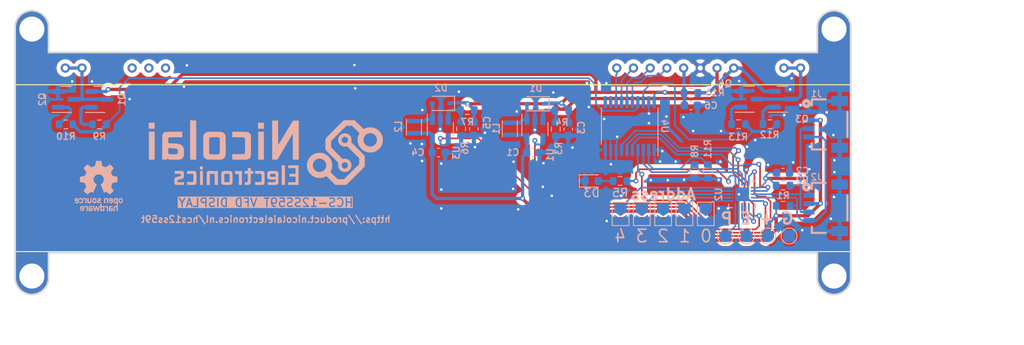
<source format=kicad_pcb>
(kicad_pcb (version 20230620) (generator pcbnew)
  (layers (0 "F.Cu" signal) (31 "B.Cu" signal) (34 "B.Paste" user) (35 "F.Paste" user) (36 "B.SilkS" user "B.Silkscreen") (37 "F.SilkS" user "F.Silkscreen") (38 "B.Mask" user) (39 "F.Mask" user) (44 "Edge.Cuts" user))
  (net 0 "")
  (net 1 "CLK_A")
  (net 2 "CLK_B")
  (net 3 "+24V")
  (net 4 "+5V")
  (net 5 "SWIO")
  (net 6 "Net-(D1-A)")
  (net 7 "Net-(D2-A)")
  (net 8 "Net-(Q1-B)")
  (net 9 "F+")
  (net 10 "Net-(Q2-B)")
  (net 11 "F-")
  (net 12 "Net-(Q3-B)")
  (net 13 "Net-(Q4-B)")
  (net 14 "CLK_B_LV")
  (net 15 "CLK_A_LV")
  (net 16 "~{RST_LV}")
  (net 17 "CLK_LV")
  (net 18 "~{CS_LV}")
  (net 19 "DIN_LV")
  (net 20 "5V_ENABLE")
  (net 21 "24V_ENABLE")
  (net 22 "~{RST}")
  (net 23 "~{CS}")
  (net 24 "CLK")
  (net 25 "DIN")
  (net 26 "Net-(U5-OSCO)")
  (net 27 "Net-(U1-FB)")
  (net 28 "Net-(U3-FB)")
  (net 29 "GND")
  (net 30 "+3.3V")
  (net 31 "SDA")
  (net 32 "SCL")
  (net 35 "Net-(U2-PC7)")
  (net 39 "Net-(JP1-A)")
  (net 40 "Net-(JP2-A)")
  (net 41 "Net-(JP3-A)")
  (net 42 "Net-(JP4-A)")
  (net 43 "Net-(JP5-A)")
  (net 44 "Net-(D3-A)")
  (net 45 "Net-(U2-PD7)")
  (footprint "vfd:HCS-12SS59T" (layer "F.Cu") (at 0 0.625 180)
    (property "Reference" "U5" hide)
    (property "Value" "~" hide)
  )
  (footprint "vfd:C_0603_1608Metric" (layer "B.Cu") (at 16.2 -2.80625 90)
    (property "Reference" "C3")
    (property "Value" "1u")
  )
  (footprint "vfd:R_0603_1608Metric" (layer "B.Cu") (at 4.125 -5.1)
    (property "Reference" "R7")
    (property "Value" "91k")
  )
  (footprint "vfd:R_0603_1608Metric" (layer "B.Cu") (at 31.3 2.275 -90)
    (property "Reference" "R8")
    (property "Value" "100k")
  )
  (footprint "vfd:R_0603_1608Metric" (layer "B.Cu") (at 32.9 2.275 -90)
    (property "Reference" "R11")
    (property "Value" "100k")
  )
  (footprint "vfd:C_0603_1608Metric" (layer "B.Cu") (at 41.9 2.4 180)
    (property "Reference" "C2")
    (property "Value" "100n")
  )
  (footprint "vfd:R_0603_1608Metric" (layer "B.Cu") (at 22.4 3.4)
    (property "Reference" "R5")
    (property "Value" "270")
  )
  (footprint "vfd:R_0603_1608Metric" (layer "B.Cu") (at 40.325 -3.4 180)
    (property "Reference" "R12")
    (property "Value" "1k")
  )
  (footprint "vfd:SOT-23-5" (layer "B.Cu") (at 0.883 -2.8375 -90)
    (property "Reference" "U3")
    (property "Value" "AP3012")
  )
  (footprint "vfd:SolderJumper-2_P1.3mm_Open_TrianglePad1.0x1.5mm" (layer "B.Cu") (at 25 7.35 -90)
    (property "Reference" "JP2" hide)
    (property "Value" "A1" hide)
  )
  (footprint "vfd:logo_nicolai" (layer "B.Cu") (at -20 0 180)
    (property "Reference" "N1" hide)
    (property "Value" "Logo" hide)
  )
  (footprint "vfd:1X04_1MM_RA_GND" (layer "B.Cu") (at 45 -3.375 -90)
    (property "Reference" "J1")
    (property "Value" "I2C_IN" hide)
  )
  (footprint "vfd:R_0603_1608Metric" (layer "B.Cu") (at 15.425 -5.05625)
    (property "Reference" "R4")
    (property "Value" "30k")
  )
  (footprint "vfd:R_0603_1608Metric" (layer "B.Cu") (at -39.925 -3.375)
    (property "Reference" "R9")
    (property "Value" "1k")
  )
  (footprint "vfd:R_0603_1608Metric" (layer "B.Cu") (at 14.7 -2.80625 90)
    (property "Reference" "R3")
    (property "Value" "10k")
  )
  (footprint "vfd:SOT-23-5" (layer "B.Cu") (at 12.2 -2.80625 -90)
    (property "Reference" "U1")
    (property "Value" "AP3012")
  )
  (footprint "vfd:SOT-23" (layer "B.Cu") (at -39.925 -6.375)
    (property "Reference" "Q1")
    (property "Value" "BC857")
  )
  (footprint "vfd:SolderJumper-2_P1.3mm_Open_TrianglePad1.0x1.5mm" (layer "B.Cu") (at 27.55 7.35 -90)
    (property "Reference" "JP3" hide)
    (property "Value" "A2" hide)
  )
  (footprint "vfd:TSSOP-20_4.4x6.5mm_P0.65mm" (layer "B.Cu") (at 23.55 -3.175 90)
    (property "Reference" "U4")
    (property "Value" "74HCT541PW")
  )
  (footprint "vfd:R_0603_1608Metric" (layer "B.Cu") (at 41.9 6.375 180)
    (property "Reference" "R1")
    (property "Value" "4k7")
  )
  (footprint "vfd:Inductor_MSC20FC" (layer "B.Cu") (at -2.273 -3.048 90)
    (property "Reference" "L2")
    (property "Value" "10u")
  )
  (footprint "vfd:D_SOD-323" (layer "B.Cu") (at 12.3 -5.85 180)
    (property "Reference" "D1")
    (property "Value" "1N5819WS")
  )
  (footprint "vfd:R_0603_1608Metric" (layer "B.Cu") (at 36.575 -3.4 180)
    (property "Reference" "R13")
    (property "Value" "1k")
  )
  (footprint "vfd:R_0603_1608Metric" (layer "B.Cu") (at 3.375 -2.85 90)
    (property "Reference" "R6")
    (property "Value" "5k1")
  )
  (footprint "vfd:D_SOD-323" (layer "B.Cu") (at 0.975 -5.9 180)
    (property "Reference" "D2")
    (property "Value" "1N5819WS")
  )
  (footprint "vfd:R_0603_1608Metric" (layer "B.Cu") (at -43.925 -3.375)
    (property "Reference" "R10")
    (property "Value" "1k")
  )
  (footprint "vfd:R_0603_1608Metric" (layer "B.Cu") (at 41.9 3.95 180)
    (property "Reference" "R2")
    (property "Value" "4k7")
  )
  (footprint "vfd:1X04_1MM_RA_GND" (layer "B.Cu") (at 45 6.625 -90)
    (property "Reference" "J2")
    (property "Value" "I2C_OUT" hide)
  )
  (footprint "vfd:SolderJumper-2_P1.3mm_Open_TrianglePad1.0x1.5mm" (layer "B.Cu") (at 22.45 7.35 -90)
    (property "Reference" "JP1" hide)
    (property "Value" "A0" hide)
  )
  (footprint "vfd:QFN-20-1EP_3x3mm_P0.4mm_EP1.65x1.65mm" (layer "B.Cu") (at 37 5 -90)
    (property "Reference" "U2")
    (property "Value" "CH32V003F4U6")
  )
  (footprint "vfd:R_0603_1608Metric" (layer "B.Cu") (at 30.875 -7.15)
    (property "Reference" "R14")
    (property "Value" "8k2")
  )
  (footprint "vfd:TestPoint_Pad_D1.5mm" (layer "B.Cu") (at 40.08 10 180)
    (property "Reference" "TP4" hide)
    (property "Value" "TestPoint" hide)
  )
  (footprint "vfd:TestPoint_Pad_D1.5mm" (layer "B.Cu") (at 37.54 10 180)
    (property "Reference" "TP2" hide)
    (property "Value" "TestPoint" hide)
  )
  (footprint "vfd:C_0603_1608Metric" (layer "B.Cu") (at 11.975 0 180)
    (property "Reference" "C1")
    (property "Value" "1u")
  )
  (footprint "vfd:TestPoint_Pad_D1.5mm" (layer "B.Cu") (at 35 10 180)
    (property "Reference" "TP1" hide)
    (property "Value" "TestPoint" hide)
  )
  (footprint "vfd:C_0603_1608Metric" (layer "B.Cu") (at 4.9 -2.85 90)
    (property "Reference" "C5")
    (property "Value" "1u")
  )
  (footprint "Symbol:OSHW-Logo_5.7x6mm_SilkScreen" (layer "B.Cu") (at -40 4 180)
    (property "Reference" "N2" hide)
    (property "Value" "OSHW" hide)
  )
  (footprint "vfd:LED_0603_1608Metric" (layer "B.Cu") (at 19 3.4)
    (property "Reference" "D3")
    (property "Value" "LED")
  )
  (footprint "vfd:SOT-23" (layer "B.Cu") (at -43.925 -6.375)
    (property "Reference" "Q2")
    (property "Value" "BC847")
  )
  (footprint "vfd:SolderJumper-2_P1.3mm_Open_TrianglePad1.0x1.5mm" (layer "B.Cu") (at 32.65 7.35 -90)
    (property "Reference" "JP5" hide)
    (property "Value" "A4" hide)
  )
  (footprint "vfd:SOT-23" (layer "B.Cu") (at 41.825 -6.4)
    (property "Reference" "Q3")
    (property "Value" "BC857")
  )
  (footprint "vfd:C_0603_1608Metric" (layer "B.Cu") (at 30.875 -5.65)
    (property "Reference" "C6")
    (property "Value" "82p")
  )
  (footprint "vfd:TestPoint_Pad_D1.5mm" (layer "B.Cu") (at 42.62 10 180)
    (property "Reference" "TP3" hide)
    (property "Value" "TestPoint" hide)
  )
  (footprint "vfd:Inductor_MSC20FC" (layer "B.Cu") (at 9.2 -2.85 90)
    (property "Reference" "L1")
    (property "Value" "10u")
  )
  (footprint "vfd:C_0603_1608Metric" (layer "B.Cu") (at 0.675 0 180)
    (property "Reference" "C4")
    (property "Value" "1u")
  )
  (footprint "vfd:SOT-23" (layer "B.Cu") (at 37.825 -6.4)
    (property "Reference" "Q4")
    (property "Value" "BC847")
  )
  (footprint "vfd:SolderJumper-2_P1.3mm_Open_TrianglePad1.0x1.5mm" (layer "B.Cu") (at 30.1 7.35 -90)
    (property "Reference" "JP4" hide)
    (property "Value" "A3" hide)
  )
  (gr_line (start 46 -15) (end 46 -12) (stroke (width 0.2)) (layer "Edge.Cuts"))
  (gr_arc (start -50 -15) (mid -48 -17) (end -46 -15) (stroke (width 0.2)) (layer "Edge.Cuts"))
  (gr_line (start -46 -12) (end 46 -12) (stroke (width 0.2)) (layer "Edge.Cuts"))
  (gr_arc (start -46 15) (mid -48 17) (end -50 15) (stroke (width 0.2)) (layer "Edge.Cuts"))
  (gr_line (start -46 12) (end 46 12) (stroke (width 0.2)) (layer "Edge.Cuts"))
  (gr_arc (start 46 -15) (mid 48 -17) (end 50 -15) (stroke (width 0.2)) (layer "Edge.Cuts"))
  (gr_line (start 46 12) (end 46 15) (stroke (width 0.2)) (layer "Edge.Cuts"))
  (gr_line (start -46 -15) (end -46 -12) (stroke (width 0.2)) (layer "Edge.Cuts"))
  (gr_line (start -46 12) (end -46 15) (stroke (width 0.2)) (layer "Edge.Cuts"))
  (gr_line (start 50 -15) (end 50 15) (stroke (width 0.2)) (layer "Edge.Cuts"))
  (gr_arc (start 50 15) (mid 48 17) (end 46 15) (stroke (width 0.2)) (layer "Edge.Cuts"))
  (gr_line (start -50 15) (end -50 -15) (stroke (width 0.2)) (layer "Edge.Cuts"))
  (gr_text "HCS-12SS59T VFD DISPLAY" (at -20 6 0) (layer "B.SilkS" knockout) (effects (font (size 1 1)) (justify mirror)))
  (gr_text "https://product.nicolaielectronics.nl/hcs12ss59t" (at -20 8 0) (layer "B.SilkS") (effects (font (size 0.8 0.8)) (justify mirror)))
  (gr_text "G + E P" (at 38.8 7.9 0) (layer "B.SilkS") (effects (font (size 1.35 1.35) (thickness 0.28) bold) (justify mirror)))
  (gr_text "0 1 2 3 4" (at 27.55 10 0) (layer "B.SilkS") (effects (font (size 1.5 1.5) (thickness 0.1875)) (justify mirror)))
  (gr_text "Address" (at 27.55 5 0) (layer "B.SilkS") (effects (font (size 1.35 1.35) (thickness 0.28) bold) (justify mirror)))
  (segment (start -37.5 -7.8) (end -36.3875 -8.9125) (width 0.2) (layer "B.Cu") (net 1))
  (segment (start 18.661029 -8.9125) (end 19.5 -8.073529) (width 0.2) (layer "B.Cu") (net 1))
  (segment (start 24.140685 -5) (end 24.525 -5.384315) (width 0.2) (layer "B.Cu") (net 1))
  (segment (start 19.5 -5.859315) (end 20.359315 -5) (width 0.2) (layer "B.Cu") (net 1))
  (segment (start -39.1 -3.375) (end -37.5 -4.975) (width 0.2) (layer "B.Cu") (net 1))
  (segment (start 19.5 -8.073529) (end 19.5 -5.859315) (width 0.2) (layer "B.Cu") (net 1))
  (segment (start -36.3875 -8.9125) (end 18.661029 -8.9125) (width 0.2) (layer "B.Cu") (net 1))
  (segment (start -39.1 -3.375) (end -39.975 -2.5) (width 0.4) (layer "B.Cu") (net 1))
  (segment (start -41.975 -2.5) (end -42.225 -2.5) (width 0.4) (layer "B.Cu") (net 1))
  (segment (start -37.5 -4.975) (end -37.5 -7.8) (width 0.2) (layer "B.Cu") (net 1))
  (segment (start -39.975 -2.5) (end -41.975 -2.5) (width 0.4) (layer "B.Cu") (net 1))
  (segment (start -42.225 -2.5) (end -43.1 -3.375) (width 0.4) (layer "B.Cu") (net 1))
  (segment (start 24.525 -5.384315) (end 24.525 -6.0375) (width 0.2) (layer "B.Cu") (net 1))
  (segment (start 20.359315 -5) (end 24.140685 -5) (width 0.2) (layer "B.Cu") (net 1))
  (segment (start 37.4 -3.4) (end 38.275 -2.525) (width 0.4) (layer "B.Cu") (net 2))
  (segment (start 38.275 -2.525) (end 38.45 -2.525) (width 0.4) (layer "B.Cu") (net 2))
  (segment (start 38.45 -2.525) (end 40.275 -2.525) (width 0.4) (layer "B.Cu") (net 2))
  (segment (start 28.95 -8) (end 28.95 -3.25) (width 0.2) (layer "B.Cu") (net 2))
  (segment (start 40.275 -2.525) (end 41.15 -3.4) (width 0.4) (layer "B.Cu") (net 2))
  (segment (start 30.625 -1.575) (end 37.325 -1.575) (width 0.2) (layer "B.Cu") (net 2))
  (segment (start 37.325 -1.575) (end 38.275 -2.525) (width 0.2) (layer "B.Cu") (net 2))
  (segment (start 25.175 -7.340686) (end 26.159314 -8.325) (width 0.2) (layer "B.Cu") (net 2))
  (segment (start 25.175 -6.0375) (end 25.175 -7.340686) (width 0.2) (layer "B.Cu") (net 2))
  (segment (start 26.159314 -8.325) (end 28.625 -8.325) (width 0.2) (layer "B.Cu") (net 2))
  (segment (start 28.95 -3.25) (end 30.625 -1.575) (width 0.2) (layer "B.Cu") (net 2))
  (segment (start 28.625 -8.325) (end 28.95 -8) (width 0.2) (layer "B.Cu") (net 2))
  (segment (start 17.175 -6.475) (end 15.9 -5.2) (width 0.4) (layer "F.Cu") (net 3))
  (segment (start 34 -7.16005) (end 33.31495 -6.475) (width 0.4) (layer "F.Cu") (net 3))
  (segment (start 14.48505 -5.85) (end 4.15 -5.85) (width 0.4) (layer "F.Cu") (net 3))
  (segment (start 33.31495 -6.475) (end 17.175 -6.475) (width 0.4) (layer "F.Cu") (net 3))
  (segment (start 15.9 -5.2) (end 15.13505 -5.2) (width 0.4) (layer "F.Cu") (net 3))
  (segment (start 15.13505 -5.2) (end 14.48505 -5.85) (width 0.4) (layer "F.Cu") (net 3))
  (segment (start 34 -10.12975) (end 34 -7.16005) (width 0.4) (layer "F.Cu") (net 3))
  (via (at 4.15 -5.85) (size 0.6) (drill 0.3) (layers "F.Cu" "B.Cu") (net 3))
  (segment (start 2.025 -5.9) (end 2.1 -5.975) (width 0.4) (layer "B.Cu") (net 3))
  (segment (start 4.2 -5.85) (end 4.95 -5.1) (width 0.4) (layer "B.Cu") (net 3))
  (segment (start 2.1 -5.975) (end 4.075 -5.975) (width 0.4) (layer "B.Cu") (net 3))
  (segment (start 4.075 -5.975) (end 4.15 -5.9) (width 0.4) (layer "B.Cu") (net 3))
  (segment (start 4.9 -3.625) (end 4.9 -5.05) (width 0.4) (layer "B.Cu") (net 3))
  (segment (start 4.15 -5.85) (end 4.2 -5.85) (width 0.4) (layer "B.Cu") (net 3))
  (segment (start 4.15 -5.9) (end 4.15 -5.85) (width 0.4) (layer "B.Cu") (net 3))
  (segment (start 18.95 -9.375) (end -30 -9.375) (width 0.4) (layer "F.Cu") (net 4))
  (segment (start 19.5 -7.225) (end 19.5 -8.825) (width 0.4) (layer "F.Cu") (net 4))
  (segment (start 19.025 -9.3) (end 18.95 -9.375) (width 0.4) (layer "F.Cu") (net 4))
  (segment (start 19.5 -7.225) (end 16.7 -7.225) (width 0.4) (layer "F.Cu") (net 4))
  (segment (start 27.8 -7.175) (end 27.75 -7.225) (width 0.4) (layer "F.Cu") (net 4))
  (segment (start -31.8 -7.575) (end -38.875 -7.575) (width 0.4) (layer "F.Cu") (net 4))
  (segment (start 27.75 -7.225) (end 19.5 -7.225) (width 0.4) (layer "F.Cu") (net 4))
  (segment (start 33.025 -7.175) (end 27.8 -7.175) (width 0.4) (layer "F.Cu") (net 4))
  (segment (start 19.5 -8.825) (end 19.025 -9.3) (width 0.4) (layer "F.Cu") (net 4))
  (segment (start 16.7 -7.225) (end 15.4 -5.925) (width 0.4) (layer "F.Cu") (net 4))
  (segment (start -30 -9.375) (end -31.8 -7.575) (width 0.4) (layer "F.Cu") (net 4))
  (via (at 15.4 -5.925) (size 0.6) (drill 0.3) (layers "F.Cu" "B.Cu") (net 4))
  (via (at 33.025 -7.175) (size 0.6) (drill 0.3) (layers "F.Cu" "B.Cu") (net 4))
  (via (at -38.875 -7.575) (size 0.6) (drill 0.3) (layers "F.Cu" "B.Cu") (net 4))
  (via (at 27.75 -7.225) (size 0.6) (drill 0.3) (layers "F.Cu" "B.Cu") (net 4))
  (segment (start 15.4 -5.90625) (end 16.25 -5.05625) (width 0.4) (layer "B.Cu") (net 4))
  (segment (start 31.7 -7.15) (end 33.02025 -7.15) (width 0.4) (layer "B.Cu") (net 4))
  (segment (start 39.625 -7.35) (end 40.8875 -7.35) (width 0.4) (layer "B.Cu") (net 4))
  (segment (start 26.8875 -7.2875) (end 27.6875 -7.2875) (width 0.2) (layer "B.Cu") (net 4))
  (segment (start 33.04525 -7.175) (end 36 -10.12975) (width 0.4) (layer "B.Cu") (net 4))
  (segment (start 15.38125 -5.925) (end 15.4 -5.925) (width 0.4) (layer "B.Cu") (net 4))
  (segment (start 33.02025 -7.15) (end 33.025 -7.15475) (width 0.4) (layer "B.Cu") (net 4))
  (segment (start 16.2 -3.58125) (end 16.2 -5.00625) (width 0.4) (layer "B.Cu") (net 4))
  (segment (start 26.475 -6.0375) (end 26.475 -6.875) (width 0.2) (layer "B.Cu") (net 4))
  (segment (start 15.4 -5.925) (end 15.4 -5.90625) (width 0.4) (layer "B.Cu") (net 4))
  (segment (start 13.43125 -5.93125) (end 15.375 -5.93125) (width 0.4) (layer "B.Cu") (net 4))
  (segment (start -39.125 -7.325) (end -38.875 -7.575) (width 0.4) (layer "B.Cu") (net 4))
  (segment (start 33.025 -7.15475) (end 33.025 -7.175) (width 0.4) (layer "B.Cu") (net 4))
  (segment (start 36 -10.12975) (end 36.84525 -10.12975) (width 0.4) (layer "B.Cu") (net 4))
  (segment (start -40.8625 -7.325) (end -39.125 -7.325) (width 0.4) (layer "B.Cu") (net 4))
  (segment (start 27.6875 -7.2875) (end 27.75 -7.225) (width 0.2) (layer "B.Cu") (net 4))
  (segment (start 26.475 -6.875) (end 26.8875 -7.2875) (width 0.2) (layer "B.Cu") (net 4))
  (segment (start 15.375 -5.93125) (end 15.38125 -5.925) (width 0.4) (layer "B.Cu") (net 4))
  (segment (start 36.84525 -10.12975) (end 39.625 -7.35) (width 0.4) (layer "B.Cu") (net 4))
  (segment (start 33.025 -7.175) (end 33.04525 -7.175) (width 0.4) (layer "B.Cu") (net 4))
  (segment (start 13.35 -5.85) (end 13.43125 -5.93125) (width 0.4) (layer "B.Cu") (net 4))
  (segment (start 36.2 8.8) (end 35 10) (width 0.2) (layer "B.Cu") (net 5))
  (segment (start 36.2 6.45) (end 36.2 8.8) (width 0.2) (layer "B.Cu") (net 5))
  (segment (start 11.25 -3.94375) (end 10.76875 -3.94375) (width 0.4) (layer "B.Cu") (net 6))
  (segment (start 10.4 -3.575) (end 9.2 -3.575) (width 0.4) (layer "B.Cu") (net 6))
  (segment (start 10.76875 -3.94375) (end 10.4 -3.575) (width 0.4) (layer "B.Cu") (net 6))
  (segment (start 11.25 -3.94375) (end 11.25 -5.85) (width 0.4) (layer "B.Cu") (net 6))
  (segment (start -0.825 -3.975) (end -0.067 -3.975) (width 0.4) (layer "B.Cu") (net 7))
  (segment (start -0.067 -3.975) (end -0.067 -5.892) (width 0.4) (layer "B.Cu") (net 7))
  (segment (start -1.027 -3.773) (end -0.825 -3.975) (width 0.4) (layer "B.Cu") (net 7))
  (segment (start -2.273 -3.773) (end -1.027 -3.773) (width 0.4) (layer "B.Cu") (net 7))
  (segment (start -40.8625 -5.425) (end -41.9 -5.425) (width 0.4) (layer "B.Cu") (net 8))
  (segment (start -42.125 -3.625) (end -41.875 -3.375) (width 0.4) (layer "B.Cu") (net 8))
  (segment (start -41.9 -5.425) (end -42.125 -5.2) (width 0.4) (layer "B.Cu") (net 8))
  (segment (start -41.875 -3.375) (end -40.75 -3.375) (width 0.4) (layer "B.Cu") (net 8))
  (segment (start -42.125 -5.2) (end -42.125 -3.625) (width 0.4) (layer "B.Cu") (net 8))
  (segment (start -42.025 -6.375) (end -42.9875 -6.375) (width 0.4) (layer "B.Cu") (net 9))
  (segment (start -38.9875 -6.375) (end -42.025 -6.375) (width 0.4) (layer "B.Cu") (net 9))
  (segment (start -42 -6.4) (end -42 -10.12975) (width 0.4) (layer "B.Cu") (net 9))
  (segment (start -44 -10.12975) (end -42 -10.12975) (width 0.4) (layer "B.Cu") (net 9))
  (segment (start -42.025 -6.375) (end -42 -6.4) (width 0.4) (layer "B.Cu") (net 9))
  (segment (start -43.625 -5.425) (end -43.4 -5.2) (width 0.4) (layer "B.Cu") (net 10))
  (segment (start -43.4 -5.2) (end -43.4 -4.725) (width 0.4) (layer "B.Cu") (net 10))
  (segment (start -43.4 -4.725) (end -44.75 -3.375) (width 0.4) (layer "B.Cu") (net 10))
  (segment (start -44.8625 -5.425) (end -43.625 -5.425) (width 0.4) (layer "B.Cu") (net 10))
  (segment (start 39.7 -6.4) (end 42.7625 -6.4) (width 0.4) (layer "B.Cu") (net 11))
  (segment (start 44 -6.825) (end 44 -10.12975) (width 0.4) (layer "B.Cu") (net 11))
  (segment (start 38.7625 -6.4) (end 39.7 -6.4) (width 0.4) (layer "B.Cu") (net 11))
  (segment (start 43.575 -6.4) (end 44 -6.825) (width 0.4) (layer "B.Cu") (net 11))
  (segment (start 44 -10.12975) (end 42 -10.12975) (width 0.4) (layer "B.Cu") (net 11))
  (segment (start 42.7625 -6.4) (end 43.575 -6.4) (width 0.4) (layer "B.Cu") (net 11))
  (segment (start 39.5 -3.4) (end 39.5 -4.925) (width 0.4) (layer "B.Cu") (net 12))
  (segment (start 40.025 -5.45) (end 40.8875 -5.45) (width 0.4) (layer "B.Cu") (net 12))
  (segment (start 39.5 -4.925) (end 40.025 -5.45) (width 0.4) (layer "B.Cu") (net 12))
  (segment (start 36.8875 -5.45) (end 36.025 -5.45) (width 0.4) (layer "B.Cu") (net 13))
  (segment (start 36.025 -5.45) (end 35.75 -5.175) (width 0.4) (layer "B.Cu") (net 13))
  (segment (start 35.75 -5.175) (end 35.75 -3.4) (width 0.4) (layer "B.Cu") (net 13))
  (segment (start 30.925 0.625) (end 32.075 0.625) (width 0.2) (layer "B.Cu") (net 14))
  (segment (start 36.999999 2.568628) (end 36.381371 1.95) (width 0.2) (layer "B.Cu") (net 14))
  (segment (start 25.825 -0.3125) (end 25.825 1.425) (width 0.2) (layer "B.Cu") (net 14))
  (segment (start 36.381371 1.95) (end 34.55 1.95) (width 0.2) (layer "B.Cu") (net 14))
  (segment (start 34.55 1.95) (end 33.4 1.95) (width 0.2) (layer "B.Cu") (net 14))
  (segment (start 29.6 1.95) (end 30.925 0.625) (width 0.2) (layer "B.Cu") (net 14))
  (segment (start 29.6 1.95) (end 26.35 1.95) (width 0.2) (layer "B.Cu") (net 14))
  (segment (start 32.075 0.625) (end 32.9 1.45) (width 0.2) (layer "B.Cu") (net 14))
  (segment (start 37 3.55) (end 36.999999 2.568628) (width 0.2) (layer "B.Cu") (net 14))
  (segment (start 33.4 1.95) (end 32.9 1.45) (width 0.2) (layer "B.Cu") (net 14))
  (segment (start 25.825 1.425) (end 26.35 1.95) (width 0.2) (layer "B.Cu") (net 14))
  (segment (start 25.175 1.340686) (end 26.184314 2.35) (width 0.2) (layer "B.Cu") (net 15))
  (segment (start 30.025 2.35) (end 30.4 2.35) (width 0.2) (layer "B.Cu") (net 15))
  (segment (start 36.215685 2.35) (end 36.6 2.734314) (width 0.2) (layer "B.Cu") (net 15))
  (segment (start 25.175 -0.3125) (end 25.175 1.340686) (width 0.2) (layer "B.Cu") (net 15))
  (segment (start 30.4 2.35) (end 31.3 1.45) (width 0.2) (layer "B.Cu") (net 15))
  (segment (start 32.825 2.35) (end 36.215685 2.35) (width 0.2) (layer "B.Cu") (net 15))
  (segment (start 32.2 2.35) (end 32.825 2.35) (width 0.2) (layer "B.Cu") (net 15))
  (segment (start 36.6 2.734314) (end 36.6 3.55) (width 0.2) (layer "B.Cu") (net 15))
  (segment (start 31.3 1.45) (end 32.2 2.35) (width 0.2) (layer "B.Cu") (net 15))
  (segment (start 26.184314 2.35) (end 30.025 2.35) (width 0.2) (layer "B.Cu") (net 15))
  (segment (start 30.231372 5.725) (end 25.675 5.725) (width 0.2) (layer "F.Cu") (net 16))
  (segment (start 25.675 5.725) (end 25 5.05) (width 0.2) (layer "F.Cu") (net 16))
  (segment (start 25 5.05) (end 25 2.6) (width 0.2) (layer "F.Cu") (net 16))
  (segment (start 39.05 8.775) (end 38.625 9.2) (width 0.2) (layer "F.Cu") (net 16))
  (segment (start 33.706372 9.2) (end 30.231372 5.725) (width 0.2) (layer "F.Cu") (net 16))
  (segment (start 39.05 7.575) (end 39.05 8.775) (width 0.2) (layer "F.Cu") (net 16))
  (segment (start 38.625 9.2) (end 33.706372 9.2) (width 0.2) (layer "F.Cu") (net 16))
  (via (at 25 2.6) (size 0.6) (drill 0.3) (layers "F.Cu" "B.Cu") (net 16))
  (via (at 39.05 7.575) (size 0.6) (drill 0.3) (layers "F.Cu" "B.Cu") (net 16))
  (segment (start 37.8 6.45) (end 37.8 7.15) (width 0.2) (layer "B.Cu") (net 16))
  (segment (start 24.525 2.125) (end 25 2.6) (width 0.2) (layer "B.Cu") (net 16))
  (segment (start 38.225 7.575) (end 39.05 7.575) (width 0.2) (layer "B.Cu") (net 16))
  (segment (start 24.525 -0.3125) (end 24.525 2.125) (width 0.2) (layer "B.Cu") (net 16))
  (segment (start 37.8 7.15) (end 38.225 7.575) (width 0.2) (layer "B.Cu") (net 16))
  (segment (start 37.95 5.75) (end 37.675 5.475) (width 0.2) (layer "F.Cu") (net 17))
  (segment (start 36.525 1.85) (end 36.525 0.85) (width 0.2) (layer "F.Cu") (net 17))
  (segment (start 36.805393 2.744607) (end 36.525 2.464214) (width 0.2) (layer "F.Cu") (net 17))
  (segment (start 37.675 5.475) (end 37.675 4.025) (width 0.2) (layer "F.Cu") (net 17))
  (segment (start 37.675 4.025) (end 37.675 3.614214) (width 0.2) (layer "F.Cu") (net 17))
  (segment (start 37.675 3.614214) (end 36.805393 2.744607) (width 0.2) (layer "F.Cu") (net 17))
  (segment (start 36.525 2.464214) (end 36.525 1.85) (width 0.2) (layer "F.Cu") (net 17))
  (segment (start 38.375 8.25) (end 38.375 6.175) (width 0.2) (layer "F.Cu") (net 17))
  (segment (start 38.375 6.175) (end 37.95 5.75) (width 0.2) (layer "F.Cu") (net 17))
  (via (at 38.375 8.25) (size 0.6) (drill 0.3) (layers "F.Cu" "B.Cu") (net 17))
  (via (at 36.525 0.85) (size 0.6) (drill 0.3) (layers "F.Cu" "B.Cu") (net 17))
  (segment (start 29.007843 -0.432843) (end 29.265686 -0.175) (width 0.2) (layer "B.Cu") (net 17))
  (segment (start 29.265686 -0.175) (end 29.725 -0.175) (width 0.2) (layer "B.Cu") (net 17))
  (segment (start 37.4 6.45) (end 37.4 7.315686) (width 0.2) (layer "B.Cu") (net 17))
  (segment (start 37.4 7.315686) (end 38.234314 8.15) (width 0.2) (layer "B.Cu") (net 17))
  (segment (start 24.459315 -2.2) (end 26.4 -2.2) (width 0.2) (layer "B.Cu") (net 17))
  (segment (start 35.5 -0.175) (end 36.525 0.85) (width 0.2) (layer "B.Cu") (net 17))
  (segment (start 23.225 -0.965685) (end 24.459315 -2.2) (width 0.2) (layer "B.Cu") (net 17))
  (segment (start 23.225 -0.3125) (end 23.225 -0.965685) (width 0.2) (layer "B.Cu") (net 17))
  (segment (start 26.4 -2.2) (end 27.240686 -2.2) (width 0.2) (layer "B.Cu") (net 17))
  (segment (start 34.725 -0.175) (end 35.5 -0.175) (width 0.2) (layer "B.Cu") (net 17))
  (segment (start 29.725 -0.175) (end 34.725 -0.175) (width 0.2) (layer "B.Cu") (net 17))
  (segment (start 27.240686 -2.2) (end 29.007843 -0.432843) (width 0.2) (layer "B.Cu") (net 17))
  (segment (start 39 1.4) (end 39 1.325) (width 0.2) (layer "F.Cu") (net 18))
  (segment (start 39.075 1.4) (end 39 1.4) (width 0.2) (layer "F.Cu") (net 18))
  (segment (start 39.15 1.95) (end 39.15 1.475) (width 0.2) (layer "F.Cu") (net 18))
  (segment (start 39.15 1.475) (end 39.075 1.4) (width 0.2) (layer "F.Cu") (net 18))
  (segment (start 39 1.325) (end 39.025 1.35) (width 0.2) (layer "F.Cu") (net 18))
  (segment (start 39.25 4.15) (end 39.15 4.05) (width 0.2) (layer "F.Cu") (net 18))
  (segment (start 39.15 4.05) (end 39.15 1.95) (width 0.2) (layer "F.Cu") (net 18))
  (segment (start 40.075 4.15) (end 39.25 4.15) (width 0.2) (layer "F.Cu") (net 18))
  (via (at 39 1.4) (size 0.6) (drill 0.3) (layers "F.Cu" "B.Cu") (net 18))
  (via (at 40.075 4.15) (size 0.6) (drill 0.3) (layers "F.Cu" "B.Cu") (net 18))
  (segment (start 35.85 1.55) (end 34.525 0.225) (width 0.2) (layer "B.Cu") (net 18))
  (segment (start 27.075 -1.8) (end 28.325 -0.55) (width 0.2) (layer "B.Cu") (net 18))
  (segment (start 23.875 -0.3125) (end 23.875 -0.965685) (width 0.2) (layer "B.Cu") (net 18))
  (segment (start 34.525 0.225) (end 29.1 0.225) (width 0.2) (layer "B.Cu") (net 18))
  (segment (start 37.1 1.55) (end 35.85 1.55) (width 0.2) (layer "B.Cu") (net 18))
  (segment (start 24.709315 -1.8) (end 25.225 -1.8) (width 0.2) (layer "B.Cu") (net 18))
  (segment (start 39.975 4.6) (end 38.45 4.6) (width 0.2) (layer "B.Cu") (net 18))
  (segment (start 40.075 4.5) (end 39.975 4.6) (width 0.2) (layer "B.Cu") (net 18))
  (segment (start 23.875 -0.965685) (end 24.709315 -1.8) (width 0.2) (layer "B.Cu") (net 18))
  (segment (start 28.8875 0.0125) (end 29.1 0.225) (width 0.2) (layer "B.Cu") (net 18))
  (segment (start 39 1.4) (end 37.25 1.4) (width 0.2) (layer "B.Cu") (net 18))
  (segment (start 28.6875 -0.1875) (end 28.8875 0.0125) (width 0.2) (layer "B.Cu") (net 18))
  (segment (start 28.325 -0.55) (end 28.6875 -0.1875) (width 0.2) (layer "B.Cu") (net 18))
  (segment (start 40.075 4.15) (end 40.075 4.5) (width 0.2) (layer "B.Cu") (net 18))
  (segment (start 37.25 1.4) (end 37.1 1.55) (width 0.2) (layer "B.Cu") (net 18))
  (segment (start 28.6875 -0.1875) (end 29.1 0.225) (width 0.2) (layer "B.Cu") (net 18))
  (segment (start 25.225 -1.8) (end 27.075 -1.8) (width 0.2) (layer "B.Cu") (net 18))
  (segment (start 37.275 8.15) (end 37.275 3.7799) (width 0.2) (layer "F.Cu") (net 19))
  (segment (start 37.14755 3.65245) (end 36.47255 2.97745) (width 0.2) (layer "F.Cu") (net 19))
  (segment (start 37.375 8.25) (end 37.275 8.15) (width 0.2) (layer "F.Cu") (net 19))
  (segment (start 35.925 2.4299) (end 35.925 0.425) (width 0.2) (layer "F.Cu") (net 19))
  (segment (start 37.275 3.7799) (end 37.14755 3.65245) (width 0.2) (layer "F.Cu") (net 19))
  (segment (start 35.925 0.425) (end 36.575 -0.225) (width 0.2) (layer "F.Cu") (net 19))
  (segment (start 36.47255 2.97745) (end 35.925 2.4299) (width 0.2) (layer "F.Cu") (net 19))
  (via (at 37.375 8.25) (size 0.6) (drill 0.3) (layers "F.Cu" "B.Cu") (net 19))
  (via (at 36.575 -0.225) (size 0.6) (drill 0.3) (layers "F.Cu" "B.Cu") (net 19))
  (segment (start 37 7.85) (end 37.375 8.225) (width 0.2) (layer "B.Cu") (net 19))
  (segment (start 22.575 -0.965685) (end 24.209315 -2.6) (width 0.2) (layer "B.Cu") (net 19))
  (segment (start 27.406372 -2.6) (end 29.431372 -0.575) (width 0.2) (layer "B.Cu") (net 19))
  (segment (start 22.575 -0.3125) (end 22.575 -0.965685) (width 0.2) (layer "B.Cu") (net 19))
  (segment (start 37.375 8.225) (end 37.375 8.25) (width 0.2) (layer "B.Cu") (net 19))
  (segment (start 37 6.45) (end 37 7.85) (width 0.2) (layer "B.Cu") (net 19))
  (segment (start 24.209315 -2.6) (end 27.406372 -2.6) (width 0.2) (layer "B.Cu") (net 19))
  (segment (start 29.431372 -0.575) (end 36.225 -0.575) (width 0.2) (layer "B.Cu") (net 19))
  (segment (start 36.225 -0.575) (end 36.575 -0.225) (width 0.2) (layer "B.Cu") (net 19))
  (segment (start 12.2 4.5) (end 12.2 -1.45) (width 0.2) (layer "F.Cu") (net 20))
  (segment (start 39.434314 9.6) (end 33.540686 9.6) (width 0.2) (layer "F.Cu") (net 20))
  (segment (start 30.065686 6.125) (end 13.825 6.125) (width 0.2) (layer "F.Cu") (net 20))
  (segment (start 39.8 6.125) (end 39.8 9.234314) (width 0.2) (layer "F.Cu") (net 20))
  (segment (start 33.540686 9.6) (end 30.065686 6.125) (width 0.2) (layer "F.Cu") (net 20))
  (segment (start 39.8 9.234314) (end 39.434314 9.6) (width 0.2) (layer "F.Cu") (net 20))
  (segment (start 13.825 6.125) (end 12.2 4.5) (width 0.2) (layer "F.Cu") (net 20))
  (via (at 39.8 6.125) (size 0.6) (drill 0.3) (layers "F.Cu" "B.Cu") (net 20))
  (via (at 12.2 -1.45) (size 0.6) (drill 0.3) (layers "F.Cu" "B.Cu") (net 20))
  (segment (start 13.15 -1.05) (end 13.075 -0.975) (width 0.25) (layer "B.Cu") (net 20))
  (segment (start 39.8 6.125) (end 39.85 6.125) (width 0.2) (layer "B.Cu") (net 20))
  (segment (start 39.8 6.075) (end 39.8 6.125) (width 0.2) (layer "B.Cu") (net 20))
  (segment (start 13.15 -1.66875) (end 13.15 -1.05) (width 0.25) (layer "B.Cu") (net 20))
  (segment (start 38.45 5.8) (end 39.525 5.8) (width 0.2) (layer "B.Cu") (net 20))
  (segment (start 12.325 -0.975) (end 12.2 -1.1) (width 0.25) (layer "B.Cu") (net 20))
  (segment (start 39.525 5.8) (end 39.8 6.075) (width 0.2) (layer "B.Cu") (net 20))
  (segment (start 12.2 -1.1) (end 12.2 -1.45) (width 0.25) (layer "B.Cu") (net 20))
  (segment (start 39.85 6.125) (end 39.8 6.075) (width 0.2) (layer "B.Cu") (net 20))
  (segment (start 13.075 -0.975) (end 12.325 -0.975) (width 0.25) (layer "B.Cu") (net 20))
  (segment (start 40.4 5.876471) (end 40.4 9.2) (width 0.2) (layer "F.Cu") (net 21))
  (segment (start 13.659314 6.525) (end 5.434314 -1.7) (width 0.2) (layer "F.Cu") (net 21))
  (segment (start 38.475 2.3) (end 38.475 4.9) (width 0.2) (layer "F.Cu") (net 21))
  (segment (start 39.6 10) (end 33.375001 10) (width 0.2) (layer "F.Cu") (net 21))
  (segment (start 29.9 6.525) (end 13.659314 6.525) (width 0.2) (layer "F.Cu") (net 21))
  (segment (start 33.375001 10) (end 29.9 6.525) (width 0.2) (layer "F.Cu") (net 21))
  (segment (start 38.85 5.275) (end 39.798529 5.275) (width 0.2) (layer "F.Cu") (net 21))
  (segment (start 40.4 9.2) (end 39.6 10) (width 0.2) (layer "F.Cu") (net 21))
  (segment (start 5.434314 -1.7) (end 0.9 -1.7) (width 0.2) (layer "F.Cu") (net 21))
  (segment (start 38.475 4.9) (end 38.85 5.275) (width 0.2) (layer "F.Cu") (net 21))
  (segment (start 39.798529 5.275) (end 40.4 5.876471) (width 0.2) (layer "F.Cu") (net 21))
  (via (at 38.475 2.3) (size 0.6) (drill 0.3) (layers "F.Cu" "B.Cu") (net 21))
  (via (at 0.9 -1.7) (size 0.6) (drill 0.3) (layers "F.Cu" "B.Cu") (net 21))
  (segment (start 37.8 2.875) (end 38.4 2.275) (width 0.2) (layer "B.Cu") (net 21))
  (segment (start 0.9 -1.7) (end 0.9 -1.05) (width 0.25) (layer "B.Cu") (net 21))
  (segment (start 0.9 -1.05) (end 1.075 -0.875) (width 0.25) (layer "B.Cu") (net 21))
  (segment (start 38.4 2.275) (end 38.475 2.3) (width 0.2) (layer "B.Cu") (net 21))
  (segment (start 1.7 -0.875) (end 1.075 -0.875) (width 0.25) (layer "B.Cu") (net 21))
  (segment (start 1.833 -1.008) (end 1.7 -0.875) (width 0.25) (layer "B.Cu") (net 21))
  (segment (start 38.475 2.3) (end 38.475 2.275) (width 0.2) (layer "B.Cu") (net 21))
  (segment (start 37.8 3.55) (end 37.8 2.875) (width 0.2) (layer "B.Cu") (net 21))
  (segment (start 1.833 -1.7) (end 1.833 -1.008) (width 0.25) (layer "B.Cu") (net 21))
  (segment (start 23.875 -8.025) (end 24.275 -8.425) (width 0.2) (layer "B.Cu") (net 22))
  (segment (start 23.875 -6.0375) (end 23.875 -8.025) (width 0.2) (layer "B.Cu") (net 22))
  (segment (start 27.090592 -9.220342) (end 28 -10.12975) (width 0.2) (layer "B.Cu") (net 22))
  (segment (start 24.875 -8.425) (end 25.670342 -9.220342) (width 0.2) (layer "B.Cu") (net 22))
  (segment (start 25.670342 -9.220342) (end 27.090592 -9.220342) (width 0.2) (layer "B.Cu") (net 22))
  (segment (start 24.275 -8.425) (end 24.875 -8.425) (width 0.2) (layer "B.Cu") (net 22))
  (segment (start 23.225 -6.0375) (end 23.225 -8.35) (width 0.2) (layer "B.Cu") (net 23))
  (segment (start 23.827375 -8.952375) (end 24.822625 -8.952375) (width 0.2) (layer "B.Cu") (net 23))
  (segment (start 23.225 -8.35) (end 23.827375 -8.952375) (width 0.2) (layer "B.Cu") (net 23))
  (segment (start 24.822625 -8.952375) (end 26 -10.12975) (width 0.2) (layer "B.Cu") (net 23))
  (segment (start 22.575 -6.0375) (end 22.575 -8.70475) (width 0.2) (layer "B.Cu") (net 24))
  (segment (start 22.575 -8.70475) (end 24 -10.12975) (width 0.2) (layer "B.Cu") (net 24))
  (segment (start 21.925 -6.0375) (end 21.925 -9.325) (width 0.2) (layer "B.Cu") (net 25))
  (segment (start 22 -9.4) (end 22 -10.12975) (width 0.2) (layer "B.Cu") (net 25))
  (segment (start 21.925 -9.325) (end 22 -9.4) (width 0.2) (layer "B.Cu") (net 25))
  (segment (start 30.05 -7.15) (end 30.05 -10.07975) (width 0.4) (layer "B.Cu") (net 26))
  (segment (start 30.1 -5.65) (end 30.1 -7.1) (width 0.4) (layer "B.Cu") (net 26))
  (segment (start 14.7 -3.63125) (end 14.7 -4.95625) (width 0.4) (layer "B.Cu") (net 27))
  (segment (start 13.15 -4.75) (end 13.45625 -5.05625) (width 0.4) (layer "B.Cu") (net 27))
  (segment (start 13.15 -3.94375) (end 13.15 -4.75) (width 0.4) (layer "B.Cu") (net 27))
  (segment (start 13.45625 -5.05625) (end 14.6 -5.05625) (width 0.4) (layer "B.Cu") (net 27))
  (segment (start 3.375 -3.675) (end 3.375 -5.025) (width 0.4) (layer "B.Cu") (net 28))
  (segment (start 1.833 -4.883) (end 1.833 -3.975) (width 0.4) (layer "B.Cu") (net 28))
  (segment (start 2.05 -5.1) (end 1.833 -4.883) (width 0.4) (layer "B.Cu") (net 28))
  (segment (start 3.3 -5.1) (end 2.05 -5.1) (width 0.4) (layer "B.Cu") (net 28))
  (via (at 31.15 -2.6) (size 0.6) (drill 0.3) (layers "F.Cu" "B.Cu") (net 29))
  (via (at 1 1.325) (size 0.6) (drill 0.3) (layers "F.Cu" "B.Cu") (net 29))
  (via (at -29.8 -7.9) (size 0.6) (drill 0.3) (layers "F.Cu" "B.Cu") (net 29))
  (via (at 36.65 -8.575) (size 0.6) (drill 0.3) (layers "F.Cu" "B.Cu") (net 29))
  (via (at -1.275 -5.1) (size 0.6) (drill 0.3) (layers "F.Cu" "B.Cu") (net 29))
  (via (at 9.6 4.35) (size 0.6) (drill 0.3) (layers "F.Cu" "B.Cu") (net 29))
  (via (at 40.1 1.475) (size 0.6) (drill 0.3) (layers "F.Cu" "B.Cu") (net 29))
  (via (at -1.3 1) (size 0.6) (drill 0.3) (layers "F.Cu" "B.Cu") (net 29))
  (via (at 37.525 2.05) (size 0.6) (drill 0.3) (layers "F.Cu" "B.Cu") (net 29))
  (via (at 10.025 -4.925) (size 0.6) (drill 0.3) (layers "F.Cu" "B.Cu") (net 29))
  (via (at 30.05 3.25) (size 0.6) (drill 0.3) (layers "F.Cu" "B.Cu") (net 29))
  (via (at 29.05 1.075) (size 0.6) (drill 0.3) (layers "F.Cu" "B.Cu") (net 29))
  (via (at -40.8 -8.525) (size 0.6) (drill 0.3) (layers "F.Cu" "B.Cu") (net 29))
  (via (at 48.05 2.35) (size 0.6) (drill 0.3) (layers "F.Cu" "B.Cu") (net 29))
  (via (at 48 -14.8) (size 3.5) (drill 3) (layers "F.Cu" "B.Cu") (net 29))
  (via (at -1.325 -1.025) (size 0.6) (drill 0.3) (layers "F.Cu" "B.Cu") (net 29))
  (via (at 20.5 -4.025) (size 0.6) (drill 0.3) (layers "F.Cu" "B.Cu") (net 29))
  (via (at 48.05 0.925) (size 0.6) (drill 0.3) (layers "F.Cu" "B.Cu") (net 29))
  (via (at 42.925 -8.9) (size 0.6) (drill 0.3) (layers "F.Cu" "B.Cu") (net 29))
  (via (at 42.75 -7.575) (size 0.6) (drill 0.3) (layers "F.Cu" "B.Cu") (net 29))
  (via (at 45.05 1.975) (size 0.6) (drill 0.3) (layers "F.Cu" "B.Cu") (net 29))
  (via (at 5.025 -0.65) (size 0.6) (drill 0.3) (layers "F.Cu" "B.Cu") (net 29))
  (via (at 14.4 -7.2) (size 0.6) (drill 0.3) (layers "F.Cu" "B.Cu") (net 29))
  (via (at 13.15 4.1) (size 0.6) (drill 0.3) (layers "F.Cu" "B.Cu") (net 29))
  (via (at -48 -14.8) (size 3.5) (drill 3) (layers "F.Cu" "B.Cu") (net 29))
  (via (at -43.175 -8.525) (size 0.6) (drill 0.3) (layers "F.Cu" "B.Cu") (net 29))
  (via (at 1 4.425) (size 0.6) (drill 0.3) (layers "F.Cu" "B.Cu") (net 29))
  (via (at -9.4 -10.5) (size 0.6) (drill 0.3) (layers "F.Cu" "B.Cu") (net 29))
  (via (at 44.2 9.3) (size 0.6) (drill 0.3) (layers "F.Cu" "B.Cu") (net 29))
  (via (at 34.475 -2.575) (size 0.6) (drill 0.3) (layers "F.Cu" "B.Cu") (net 29))
  (via (at 6.225 -2.375) (size 0.6) (drill 0.3) (layers "F.Cu" "B.Cu") (net 29))
  (via (at 20.75 -8.325) (size 0.6) (drill 0.3) (layers "F.Cu" "B.Cu") (net 29))
  (via (at 18.425 -8.3) (size 0.6) (drill 0.3) (layers "F.Cu" "B.Cu") (net 29))
  (via (at 20.8 8.2) (size 0.6) (drill 0.3) (layers "F.Cu" "B.Cu") (net 29))
  (via (at 27.45 -0.175) (size 0.6) (drill 0.3) (layers "F.Cu" "B.Cu") (net 29))
  (via (at 22.05 -1.9) (size 0.6) (drill 0.3) (layers "F.Cu" "B.Cu") (net 29))
  (via (at 47.925 -2.1) (size 0.6) (drill 0.3) (layers "F.Cu" "B.Cu") (net 29))
  (via (at 27.2 1.075) (size 0.6) (drill 0.3) (layers "F.Cu" "B.Cu") (net 29))
  (via (at 21.3 1.4) (size 0.6) (drill 0.3) (layers "F.Cu" "B.Cu") (net 29))
  (via (at 45.025 4.2) (size 0.6) (drill 0.3) (layers "F.Cu" "B.Cu") (net 29))
  (via (at 44 -5.7) (size 0.6) (drill 0.3) (layers "F.Cu" "B.Cu") (net 29))
  (via (at 48 5.325) (size 0.6) (drill 0.3) (layers "F.Cu" "B.Cu") (net 29))
  (via (at 48 14.8) (size 3.5) (drill 3) (layers "F.Cu" "B.Cu") (net 29))
  (via (at 45.125 -0.725) (size 0.6) (drill 0.3) (layers "F.Cu" "B.Cu") (net 29))
  (via (at -29.45 -10.45) (size 0.6) (drill 0.3) (layers "F.Cu" "B.Cu") (net 29))
  (via (at -48 14.8) (size 3.5) (drill 3) (layers "F.Cu" "B.Cu") (net 29))
  (via (at 0.875 -2.8) (size 0.6) (drill 0.3) (layers "F.Cu" "B.Cu") (net 29))
  (via (at 29.975 -4.25) (size 0.6) (drill 0.3) (layers "F.Cu" "B.Cu") (net 29))
  (via (at -36.3 -6.4) (size 0.6) (drill 0.3) (layers "F.Cu" "B.Cu") (net 29))
  (via (at 16.7 -0.6) (size 0.6) (drill 0.3) (layers "F.Cu" "B.Cu") (net 29))
  (via (at 47.625 7.925) (size 0.6) (drill 0.3) (layers "F.Cu" "B.Cu") (net 29))
  (via (at 35.3 6.7) (size 0.6) (drill 0.3) (layers "F.Cu" "B.Cu") (net 29))
  (via (at 25.85 -3.525) (size 0.6) (drill 0.3) (layers "F.Cu" "B.Cu") (net 29))
  (via (at 18.65 -5.45) (size 0.6) (drill 0.3) (layers "F.Cu" "B.Cu") (net 29))
  (via (at 28.1 3.3) (size 0.6) (drill 0.3) (layers "F.Cu" "B.Cu") (net 29))
  (via (at 25.85 -4.675) (size 0.6) (drill 0.3) (layers "F.Cu" "B.Cu") (net 29))
  (via (at 34.4 1.1) (size 0.6) (drill 0.3) (layers "F.Cu" "B.Cu") (net 29))
  (via (at 26.075 3.3) (size 0.6) (drill 0.3) (layers "F.Cu" "B.Cu") (net 29))
  (via (at 1 6.7) (size 0.6) (drill 0.3) (layers "F.Cu" "B.Cu") (net 29))
  (via (at 14.225 5.175) (size 0.6) (drill 0.3) (layers "F.Cu" "B.Cu") (net 29))
  (via (at 10.2 6.8) (size 0.6) (drill 0.3) (layers "F.Cu" "B.Cu") (net 29))
  (via (at 9.65 1.1) (size 0.6) (drill 0.3) (layers "F.Cu" "B.Cu") (net 29))
  (via (at 43.1 1.175) (size 0.6) (drill 0.3) (layers "F.Cu" "B.Cu") (net 29))
  (via (at 34.2 3.275) (size 0.6) (drill 0.3) (layers "F.Cu" "B.Cu") (net 29))
  (via (at 34.2 6.7) (size 0.6) (drill 0.3) (layers "F.Cu" "B.Cu") (net 29))
  (via (at 12.2 -2.725) (size 0.6) (drill 0.3) (layers "F.Cu" "B.Cu") (net 29))
  (via (at 22.5 5.175) (size 0.6) (drill 0.3) (layers "F.Cu" "B.Cu") (net 29))
  (via (at 47.125 -4.825) (size 0.6) (drill 0.3) (layers "F.Cu" "B.Cu") (net 29))
  (via (at 38.575 -1.5) (size 0.6) (drill 0.3) (layers "F.Cu" "B.Cu") (net 29))
  (via (at 3.1 -7.3) (size 0.6) (drill 0.3) (layers "F.Cu" "B.Cu") (net 29))
  (via (at 37.6 -0.7) (size 0.6) (drill 0.3) (layers "F.Cu" "B.Cu") (net 29))
  (via (at 27.95 -4.325) (size 0.6) (drill 0.3) (layers "F.Cu" "B.Cu") (net 29))
  (via (at -2.7 -1.1) (size 0.6) (drill 0.3) (layers "F.Cu" "B.Cu") (net 29))
  (via (at 13.225 1.275) (size 0.6) (drill 0.3) (layers "F.Cu" "B.Cu") (net 29))
  (via (at 42.05 -4.5) (size 0.6) (drill 0.3) (layers "F.Cu" "B.Cu") (net 29))
  (via (at -9.3 -7.7) (size 0.6) (drill 0.3) (layers "F.Cu" "B.Cu") (net 29))
  (via (at 36.625 5) (size 0.6) (drill 0.3) (layers "F.Cu" "B.Cu") (net 29))
  (segment (start 3.375 -2.025) (end 4.85 -2.025) (width 0.4) (layer "B.Cu") (net 29))
  (segment (start 37.4 3.55) (end 37.4 2.175) (width 0.2) (layer "B.Cu") (net 29))
  (segment (start 21.25 -1.675) (end 21.25 -0.3375) (width 0.2) (layer "B.Cu") (net 29))
  (segment (start 25.825 -6.0375) (end 25.825 -4.725) (width 0.2) (layer "B.Cu") (net 29))
  (segment (start 20.625 -1.625) (end 20.625 -0.3125) (width 0.2) (layer "B.Cu") (net 29))
  (segment (start 20.625 0.95) (end 20.7 1.025) (width 0.2) (layer "B.Cu") (net 29))
  (segment (start 21.275 1.025) (end 20.7 1.025) (width 0.2) (layer "B.Cu") (net 29))
  (segment (start 21.925 -0.3125) (end 22.05 -1.9) (width 0.2) (layer "B.Cu") (net 29))
  (segment (start 21.9 1.025) (end 21.275 1.025) (width 0.2) (layer "B.Cu") (net 29))
  (segment (start 21.925 -0.3125) (end 21.925 1) (width 0.2) (layer "B.Cu") (net 29))
  (segment (start 20.625 -1.675) (end 20.6 -1.65) (width 0.2) (layer "B.Cu") (net 29))
  (segment (start 20.625 -0.3125) (end 20.625 0.95) (width 0.2) (layer "B.Cu") (net 29))
  (segment (start 21.925 1) (end 21.9 1.025) (width 0.2) (layer "B.Cu") (net 29))
  (segment (start 20.6 -1.65) (end 20.625 -1.625) (width 0.2) (layer "B.Cu") (net 29))
  (segment (start 25.875 -4.675) (end 25.85 -4.7) (width 0.2) (layer "B.Cu") (net 29))
  (segment (start 25.825 -4.725) (end 25.85 -4.7) (width 0.2) (layer "B.Cu") (net 29))
  (segment (start 37.4 2.175) (end 37.525 2.05) (width 0.2) (layer "B.Cu") (net 29))
  (segment (start 21.25 -1.675) (end 20.625 -1.675) (width 0.2) (layer "B.Cu") (net 29))
  (segment (start 25.85 -4.675) (end 25.875 -4.675) (width 0.2) (layer "B.Cu") (net 29))
  (segment (start 21.275 -0.3125) (end 21.275 1.025) (width 0.2) (layer "B.Cu") (net 29))
  (segment (start 21.925 -1.675) (end 21.25 -1.675) (width 0.2) (layer "B.Cu") (net 29))
  (segment (start 25.85 -4.7) (end 25.85 -4.675) (width 0.2) (layer "B.Cu") (net 29))
  (segment (start 22.05 -1.9) (end 21.925 -1.675) (width 0.2) (layer "B.Cu") (net 29))
  (segment (start 14.7 -1.98125) (end 16.15 -1.98125) (width 0.4) (layer "B.Cu") (net 29))
  (segment (start 41.075 9.232106) (end 39.807106 10.5) (width 0.4) (layer "F.Cu") (net 30))
  (segment (start 46.375 -3.875) (end 46.375 3.1) (width 0.4) (layer "F.Cu") (net 30))
  (segment (start 39.825 3.1) (end 46.375 3.1) (width 0.4) (layer "F.Cu") (net 30))
  (segment (start 10.725 5.525) (end 10.725 5.5) (width 0.4) (layer "F.Cu") (net 30))
  (segment (start 14 7.025) (end 12.225 7.025) (width 0.4) (layer "F.Cu") (net 30))
  (segment (start 46.375 3.1) (end 46.375 6.1) (width 0.4) (layer "F.Cu") (net 30))
  (segment (start 41.075 7.575) (end 44.9 7.575) (width 0.4) (layer "F.Cu") (net 30))
  (segment (start 12.225 7.025) (end 10.725 5.525) (width 0.4) (layer "F.Cu") (net 30))
  (segment (start 44.9 7.575) (end 46.375 6.1) (width 0.4) (layer "F.Cu") (net 30))
  (segment (start 29.996447 7.328553) (end 29.692894 7.025) (width 0.4) (layer "F.Cu") (net 30))
  (segment (start 33.167894 10.5) (end 29.996447 7.328553) (width 0.4) (layer "F.Cu") (net 30))
  (segment (start 41.075 7.575) (end 41.075 9.232106) (width 0.4) (layer "F.Cu") (net 30))
  (segment (start 39.807106 10.5) (end 33.167894 10.5) (width 0.4) (layer "F.Cu") (net 30))
  (segment (start 29.692894 7.025) (end 14 7.025) (width 0.4) (layer "F.Cu") (net 30))
  (via (at 46.375 -3.875) (size 0.6) (drill 0.3) (layers "F.Cu" "B.Cu") (net 30))
  (via (at 41.075 7.575) (size 0.6) (drill 0.3) (layers "F.Cu" "B.Cu") (net 30))
  (via (at 46.375 6.1) (size 0.6) (drill 0.3) (layers "F.Cu" "B.Cu") (net 30))
  (via (at 10.725 5.5) (size 0.6) (drill 0.3) (layers "F.Cu" "B.Cu") (net 30))
  (via (at 39.825 3.1) (size 0.6) (drill 0.3) (layers "F.Cu" "B.Cu") (net 30))
  (segment (start 39.825 3.1) (end 39.826471 3.098529) (width 0.2) (layer "B.Cu") (net 30))
  (segment (start 39.826471 3.55) (end 39.826471 3.101471) (width 0.2) (layer "B.Cu") (net 30))
  (segment (start 45 -3.87284) (end 46.37284 -3.87284) (width 0.4) (layer "B.Cu") (net 30))
  (segment (start -0.348 -2.323) (end -1.073 -2.323) (width 0.4) (layer "B.Cu") (net 30))
  (segment (start 40.225 2.4) (end 41.125 2.4) (width 0.2) (layer "B.Cu") (net 30))
  (segment (start 9.2 -2.125) (end 10.5 -2.125) (width 0.4) (layer "B.Cu") (net 30))
  (segment (start 40.08 10) (end 40.08 8.57) (width 0.4) (layer "B.Cu") (net 30))
  (segment (start -1.073 -2.323) (end -1.075 -2.325) (width 0.4) (layer "B.Cu") (net 30))
  (segment (start 38.45 4.2) (end 39.175 4.2) (width 0.2) (layer "B.Cu") (net 30))
  (segment (start 45 6.12716) (end 46.29784 6.12716) (width 0.4) (layer "B.Cu") (net 30))
  (segment (start 40.08 8.57) (end 41.075 7.575) (width 0.4) (layer "B.Cu") (net 30))
  (segment (start 10.725 5.5) (end 0.425 5.5) (width 0.4) (layer "B.Cu") (net 30))
  (segment (start 39.713236 3.663236) (end 39.826471 3.55) (width 0.2) (layer "B.Cu") (net 30))
  (segment (start -1.075 -2.325) (end -1.077 -2.323) (width 0.4) (layer "B.Cu") (net 30))
  (segment (start -0.067 -2.042) (end -0.348 -2.323) (width 0.4) (layer "B.Cu") (net 30))
  (segment (start 10.725 0.475) (end 11.2 0) (width 0.4) (layer "B.Cu") (net 30))
  (segment (start 46.29784 6.12716) (end 46.3 6.125) (width 0.4) (layer "B.Cu") (net 30))
  (segment (start 39.826471 3.101471) (end 39.825 3.1) (width 0.2) (layer "B.Cu") (net 30))
  (segment (start 11.25 -1.66875) (end 11.25 -0.05) (width 0.4) (layer "B.Cu") (net 30))
  (segment (start -0.1 0) (end -0.1 4.975) (width 0.4) (layer "B.Cu") (net 30))
  (segment (start -1.077 -2.323) (end -2.273 -2.323) (width 0.4) (layer "B.Cu") (net 30))
  (segment (start 46.37284 -3.87284) (end 46.375 -3.875) (width 0.4) (layer "B.Cu") (net 30))
  (segment (start -0.1 4.975) (end 0.425 5.5) (width 0.4) (layer "B.Cu") (net 30))
  (segment (start 40.225 3.1) (end 41.075 3.95) (width 0.2) (layer "B.Cu") (net 30))
  (segment (start 39.826471 2.798529) (end 40.225 2.4) (width 0.2) (layer "B.Cu") (net 30))
  (segment (start -0.1 0) (end -0.1 -1.667) (width 0.4) (layer "B.Cu") (net 30))
  (segment (start 10.5 -2.125) (end 10.79375 -2.125) (width 0.4) (layer "B.Cu") (net 30))
  (segment (start 10.79375 -2.125) (end 11.25 -1.66875) (width 0.4) (layer "B.Cu") (net 30))
  (segment (start 10.725 5.5) (end 10.725 0.475) (width 0.4) (layer "B.Cu") (net 30))
  (segment (start 39.325 4.051471) (end 39.713236 3.663236) (width 0.2) (layer "B.Cu") (net 30))
  (segment (start 39.325 4.051471) (end 39.323529 4.051471) (width 0.2) (layer "B.Cu") (net 30))
  (segment (start 41.075 6.375) (end 41.075 7.575) (width 0.2) (layer "B.Cu") (net 30))
  (segment (start 39.323529 4.051471) (end 39.175 4.2) (width 0.2) (layer "B.Cu") (net 30))
  (segment (start 39.825 3.1) (end 40.225 3.1) (width 0.2) (layer "B.Cu") (net 30))
  (segment (start 39.826471 3.098529) (end 39.826471 2.798529) (width 0.2) (layer "B.Cu") (net 30))
  (segment (start 44.07563 7.12284) (end 44.00063 7.04784) (width 0.25) (layer "B.Cu") (net 31))
  (segment (start 44.00063 5) (end 44.00063 3.95) (width 0.25) (layer "B.Cu") (net 31))
  (segment (start 44.00063 3.95) (end 44.00063 -2.80216) (width 0.25) (layer "B.Cu") (net 31))
  (segment (start 44.07563 -2.87716) (end 45 -2.87716) (width 0.25) (layer "B.Cu") (net 31))
  (segment (start 42.725 3.95) (end 44.00063 3.95) (width 0.2) (layer "B.Cu") (net 31))
  (segment (start 38.45 5) (end 44.00063 5) (width 0.2) (layer "B.Cu") (net 31))
  (segment (start 44.00063 7.04784) (end 44.00063 5) (width 0.25) (layer "B.Cu") (net 31))
  (segment (start 45 7.12284) (end 44.07563 7.12284) (width 0.25) (layer "B.Cu") (net 31))
  (segment (start 44.00063 -2.80216) (end 44.07563 -2.87716) (width 0.25) (layer "B.Cu") (net 31))
  (segment (start 45.92437 8.1236) (end 45 8.1236) (width 0.25) (layer "B.Cu") (net 32))
  (segment (start 43.575 7.57297) (end 44.12563 8.1236) (width 0.2) (layer "B.Cu") (net 32))
  (segment (start 44.12563 8.1236) (end 45 8.1236) (width 0.2) (layer "B.Cu") (net 32))
  (segment (start 47 -1.425) (end 47 7.04797) (width 0.25) (layer "B.Cu") (net 32))
  (segment (start 46.55 -1.875) (end 47 -1.425) (width 0.25) (layer "B.Cu") (net 32))
  (segment (start 45.125 -1.875) (end 46.55 -1.875) (width 0.25) (layer "B.Cu") (net 32))
  (segment (start 42.725 6.375) (end 43.575 6.375) (width 0.2) (layer "B.Cu") (net 32))
  (segment (start 43.4 5.4) (end 43.575 5.575) (width 0.2) (layer "B.Cu") (net 32))
  (segment (start 38.45 5.4) (end 43.4 5.4) (width 0.2) (layer "B.Cu") (net 32))
  (segment (start 43.575 6.375) (end 43.575 7.57297) (width 0.2) (layer "B.Cu") (net 32))
  (segment (start 43.575 5.575) (end 43.575 6.375) (width 0.2) (layer "B.Cu") (net 32))
  (segment (start 47 7.04797) (end 45.92437 8.1236) (width 0.25) (layer "B.Cu") (net 32))
  (segment (start 36.6 6.45) (end 36.6 9.06) (width 0.2) (layer "B.Cu") (net 35))
  (segment (start 36.6 9.06) (end 37.54 10) (width 0.2) (layer "B.Cu") (net 35))
  (segment (start 24.875 4.2) (end 22.45 6.625) (width 0.2) (layer "B.Cu") (net 39))
  (segment (start 35.55 4.2) (end 24.875 4.2) (width 0.2) (layer "B.Cu") (net 39))
  (segment (start 27.025 4.6) (end 25 6.625) (width 0.2) (layer "B.Cu") (net 40))
  (segment (start 35.55 4.6) (end 27.025 4.6) (width 0.2) (layer "B.Cu") (net 40))
  (segment (start 35.55 5) (end 29.175 5) (width 0.2) (layer "B.Cu") (net 41))
  (segment (start 29.175 5) (end 27.55 6.625) (width 0.2) (layer "B.Cu") (net 41))
  (segment (start 31.325 5.4) (end 30.1 6.625) (width 0.2) (layer "B.Cu") (net 42))
  (segment (start 35.55 5.4) (end 31.325 5.4) (width 0.2) (layer "B.Cu") (net 42))
  (segment (start 33.475 5.8) (end 32.65 6.625) (width 0.2) (layer "B.Cu") (net 43))
  (segment (start 35.55 5.8) (end 33.475 5.8) (width 0.2) (layer "B.Cu") (net 43))
  (segment (start 19.7875 3.4) (end 21.575 3.4) (width 0.25) (layer "B.Cu") (net 44))
  (segment (start 24.751471 2) (end 24.3 2.451471) (width 0.2) (layer "F.Cu") (net 45))
  (segment (start 33.925 2) (end 24.751471 2) (width 0.2) (layer "F.Cu") (net 45))
  (segment (start 35.375 3.45) (end 33.925 2) (width 0.2) (layer "F.Cu") (net 45))
  (segment (start 24.3 2.451471) (end 24.3 3.4) (width 0.2) (layer "F.Cu") (net 45))
  (via (at 24.3 3.4) (size 0.6) (drill 0.3) (layers "F.Cu" "B.Cu") (net 45))
  (via (at 35.375 3.45) (size 0.6) (drill 0.3) (layers "F.Cu" "B.Cu") (net 45))
  (segment (start 36.05 2.75) (end 35.65 2.75) (width 0.2) (layer "B.Cu") (net 45))
  (segment (start 23.225 3.4) (end 24.3 3.4) (width 0.25) (layer "B.Cu") (net 45))
  (segment (start 35.35 3.05) (end 35.375 3.45) (width 0.2) (layer "B.Cu") (net 45))
  (segment (start 35.65 2.75) (end 35.35 3.05) (width 0.2) (layer "B.Cu") (net 45))
  (segment (start 36.2 2.9) (end 36.05 2.75) (width 0.2) (layer "B.Cu") (net 45))
  (segment (start 36.2 3.55) (end 36.2 2.9) (width 0.2) (layer "B.Cu") (net 45))
  (zone (net 29) (net_name "GND") (layers "F&B.Cu") (connect_pads (clearance 0.5)) (min_thickness 0.25) (fill yes (thermal_gap 0.5) (thermal_bridge_width 0.5))
    (polygon (pts (xy -51.816 -18.288) (xy -51.562 17.272) (xy 52.578 17.78) (xy 52.324 -17.78)))
  )
  (zone (net 0) (net_name "") (layer "B.Cu") (connect_pads (clearance 0)) (min_thickness 0.25)
    (keepout (tracks allowed) (vias allowed) (pads allowed) (copperpour not_allowed) (footprints allowed))
    (fill (thermal_gap 0.5) (thermal_bridge_width 0.5))
    (polygon (pts (xy 20.325 -1.45) (xy 22.2 -1.5) (xy 22.125 0.8) (xy 20.25 0.775)))
  )
)
</source>
